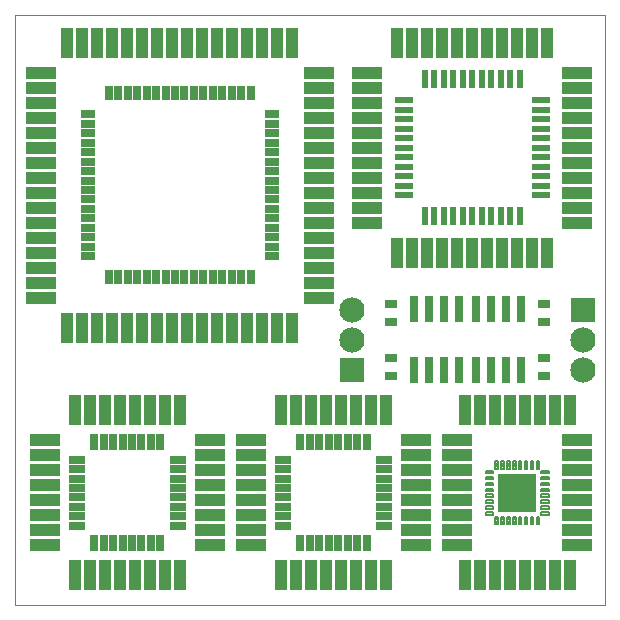
<source format=gts>
G75*
%MOIN*%
%OFA0B0*%
%FSLAX25Y25*%
%IPPOS*%
%LPD*%
%AMOC8*
5,1,8,0,0,1.08239X$1,22.5*
%
%ADD10C,0.00000*%
%ADD11R,0.10400X0.04400*%
%ADD12R,0.04400X0.10400*%
%ADD13R,0.05400X0.02600*%
%ADD14R,0.02600X0.05400*%
%ADD15R,0.06306X0.02369*%
%ADD16R,0.02369X0.06306*%
%ADD17R,0.02600X0.05100*%
%ADD18R,0.05100X0.02600*%
%ADD19C,0.00791*%
%ADD20R,0.12998X0.12998*%
%ADD21R,0.02762X0.09061*%
%ADD22R,0.03943X0.02762*%
%ADD23R,0.08400X0.08400*%
%ADD24C,0.08400*%
D10*
X0001000Y0001000D02*
X0001000Y0197850D01*
X0197850Y0197850D01*
X0197850Y0001000D01*
X0001000Y0001000D01*
D11*
X0011000Y0021000D03*
X0011000Y0026000D03*
X0011000Y0031000D03*
X0011000Y0036000D03*
X0011000Y0041000D03*
X0011000Y0046000D03*
X0011000Y0051000D03*
X0011000Y0056000D03*
X0009750Y0103500D03*
X0009750Y0108500D03*
X0009750Y0113500D03*
X0009750Y0118500D03*
X0009750Y0123500D03*
X0009750Y0128500D03*
X0009750Y0133500D03*
X0009750Y0138500D03*
X0009750Y0143500D03*
X0009750Y0148500D03*
X0009750Y0153500D03*
X0009750Y0158500D03*
X0009750Y0163500D03*
X0009750Y0168500D03*
X0009750Y0173500D03*
X0009750Y0178500D03*
X0102250Y0178500D03*
X0102250Y0173500D03*
X0102250Y0168500D03*
X0102250Y0163500D03*
X0102250Y0158500D03*
X0102250Y0153500D03*
X0102250Y0148500D03*
X0102250Y0143500D03*
X0102250Y0138500D03*
X0102250Y0133500D03*
X0102250Y0128500D03*
X0102250Y0123500D03*
X0102250Y0118500D03*
X0102250Y0113500D03*
X0102250Y0108500D03*
X0102250Y0103500D03*
X0118500Y0128500D03*
X0118500Y0133500D03*
X0118500Y0138500D03*
X0118500Y0143500D03*
X0118500Y0148500D03*
X0118500Y0153500D03*
X0118500Y0158500D03*
X0118500Y0163500D03*
X0118500Y0168500D03*
X0118500Y0173500D03*
X0118500Y0178500D03*
X0188500Y0178500D03*
X0188500Y0173500D03*
X0188500Y0168500D03*
X0188500Y0163500D03*
X0188500Y0158500D03*
X0188500Y0153500D03*
X0188500Y0148500D03*
X0188500Y0143500D03*
X0188500Y0138500D03*
X0188500Y0133500D03*
X0188500Y0128500D03*
X0188500Y0056000D03*
X0188500Y0051000D03*
X0188500Y0046000D03*
X0188500Y0041000D03*
X0188500Y0036000D03*
X0188500Y0031000D03*
X0188500Y0026000D03*
X0188500Y0021000D03*
X0148500Y0021000D03*
X0148500Y0026000D03*
X0148500Y0031000D03*
X0148500Y0036000D03*
X0148500Y0041000D03*
X0148500Y0046000D03*
X0148500Y0051000D03*
X0148500Y0056000D03*
X0134750Y0056000D03*
X0134750Y0051000D03*
X0134750Y0046000D03*
X0134750Y0041000D03*
X0134750Y0036000D03*
X0134750Y0031000D03*
X0134750Y0026000D03*
X0134750Y0021000D03*
X0079750Y0021000D03*
X0079750Y0026000D03*
X0079750Y0031000D03*
X0079750Y0036000D03*
X0079750Y0041000D03*
X0079750Y0046000D03*
X0079750Y0051000D03*
X0079750Y0056000D03*
X0066000Y0056000D03*
X0066000Y0051000D03*
X0066000Y0046000D03*
X0066000Y0041000D03*
X0066000Y0036000D03*
X0066000Y0031000D03*
X0066000Y0026000D03*
X0066000Y0021000D03*
D12*
X0056000Y0011000D03*
X0051000Y0011000D03*
X0046000Y0011000D03*
X0041000Y0011000D03*
X0036000Y0011000D03*
X0031000Y0011000D03*
X0026000Y0011000D03*
X0021000Y0011000D03*
X0021000Y0066000D03*
X0026000Y0066000D03*
X0031000Y0066000D03*
X0036000Y0066000D03*
X0041000Y0066000D03*
X0046000Y0066000D03*
X0051000Y0066000D03*
X0056000Y0066000D03*
X0053500Y0093500D03*
X0048500Y0093500D03*
X0043500Y0093500D03*
X0038500Y0093500D03*
X0033500Y0093500D03*
X0028500Y0093500D03*
X0023500Y0093500D03*
X0018500Y0093500D03*
X0058500Y0093500D03*
X0063500Y0093500D03*
X0068500Y0093500D03*
X0073500Y0093500D03*
X0078500Y0093500D03*
X0083500Y0093500D03*
X0088500Y0093500D03*
X0093500Y0093500D03*
X0094750Y0066000D03*
X0089750Y0066000D03*
X0099750Y0066000D03*
X0104750Y0066000D03*
X0109750Y0066000D03*
X0114750Y0066000D03*
X0119750Y0066000D03*
X0124750Y0066000D03*
X0151000Y0066000D03*
X0156000Y0066000D03*
X0161000Y0066000D03*
X0166000Y0066000D03*
X0171000Y0066000D03*
X0176000Y0066000D03*
X0181000Y0066000D03*
X0186000Y0066000D03*
X0178500Y0118500D03*
X0173500Y0118500D03*
X0168500Y0118500D03*
X0163500Y0118500D03*
X0158500Y0118500D03*
X0153500Y0118500D03*
X0148500Y0118500D03*
X0143500Y0118500D03*
X0138500Y0118500D03*
X0133500Y0118500D03*
X0128500Y0118500D03*
X0128500Y0188500D03*
X0133500Y0188500D03*
X0138500Y0188500D03*
X0143500Y0188500D03*
X0148500Y0188500D03*
X0153500Y0188500D03*
X0158500Y0188500D03*
X0163500Y0188500D03*
X0168500Y0188500D03*
X0173500Y0188500D03*
X0178500Y0188500D03*
X0093500Y0188500D03*
X0088500Y0188500D03*
X0083500Y0188500D03*
X0078500Y0188500D03*
X0073500Y0188500D03*
X0068500Y0188500D03*
X0063500Y0188500D03*
X0058500Y0188500D03*
X0053500Y0188500D03*
X0048500Y0188500D03*
X0043500Y0188500D03*
X0038500Y0188500D03*
X0033500Y0188500D03*
X0028500Y0188500D03*
X0023500Y0188500D03*
X0018500Y0188500D03*
X0089750Y0011000D03*
X0094750Y0011000D03*
X0099750Y0011000D03*
X0104750Y0011000D03*
X0109750Y0011000D03*
X0114750Y0011000D03*
X0119750Y0011000D03*
X0124750Y0011000D03*
X0151000Y0011000D03*
X0156000Y0011000D03*
X0161000Y0011000D03*
X0166000Y0011000D03*
X0171000Y0011000D03*
X0176000Y0011000D03*
X0181000Y0011000D03*
X0186000Y0011000D03*
D13*
X0124150Y0027476D03*
X0124150Y0030626D03*
X0124150Y0033776D03*
X0124150Y0036925D03*
X0124150Y0040075D03*
X0124150Y0043224D03*
X0124150Y0046374D03*
X0124150Y0049524D03*
X0090350Y0049524D03*
X0090350Y0046374D03*
X0090350Y0043224D03*
X0090350Y0040075D03*
X0090350Y0036925D03*
X0090350Y0033776D03*
X0090350Y0030626D03*
X0090350Y0027476D03*
X0055400Y0027476D03*
X0055400Y0030626D03*
X0055400Y0033776D03*
X0055400Y0036925D03*
X0055400Y0040075D03*
X0055400Y0043224D03*
X0055400Y0046374D03*
X0055400Y0049524D03*
X0021600Y0049524D03*
X0021600Y0046374D03*
X0021600Y0043224D03*
X0021600Y0040075D03*
X0021600Y0036925D03*
X0021600Y0033776D03*
X0021600Y0030626D03*
X0021600Y0027476D03*
D14*
X0027476Y0021600D03*
X0030626Y0021600D03*
X0033776Y0021600D03*
X0036925Y0021600D03*
X0040075Y0021600D03*
X0043224Y0021600D03*
X0046374Y0021600D03*
X0049524Y0021600D03*
X0049524Y0055400D03*
X0046374Y0055400D03*
X0043224Y0055400D03*
X0040075Y0055400D03*
X0036925Y0055400D03*
X0033776Y0055400D03*
X0030626Y0055400D03*
X0027476Y0055400D03*
X0096226Y0055400D03*
X0099376Y0055400D03*
X0102526Y0055400D03*
X0105675Y0055400D03*
X0108825Y0055400D03*
X0111974Y0055400D03*
X0115124Y0055400D03*
X0118274Y0055400D03*
X0118274Y0021600D03*
X0115124Y0021600D03*
X0111974Y0021600D03*
X0108825Y0021600D03*
X0105675Y0021600D03*
X0102526Y0021600D03*
X0099376Y0021600D03*
X0096226Y0021600D03*
D15*
X0130665Y0137752D03*
X0130665Y0140902D03*
X0130665Y0144051D03*
X0130665Y0147201D03*
X0130665Y0150350D03*
X0130665Y0153500D03*
X0130665Y0156650D03*
X0130665Y0159799D03*
X0130665Y0162949D03*
X0130665Y0166098D03*
X0130665Y0169248D03*
X0176335Y0169248D03*
X0176335Y0166098D03*
X0176335Y0162949D03*
X0176335Y0159799D03*
X0176335Y0156650D03*
X0176335Y0153500D03*
X0176335Y0150350D03*
X0176335Y0147201D03*
X0176335Y0144051D03*
X0176335Y0140902D03*
X0176335Y0137752D03*
D16*
X0169248Y0130665D03*
X0166098Y0130665D03*
X0162949Y0130665D03*
X0159799Y0130665D03*
X0156650Y0130665D03*
X0153500Y0130665D03*
X0150350Y0130665D03*
X0147201Y0130665D03*
X0144051Y0130665D03*
X0140902Y0130665D03*
X0137752Y0130665D03*
X0137752Y0176335D03*
X0140902Y0176335D03*
X0144051Y0176335D03*
X0147201Y0176335D03*
X0150350Y0176335D03*
X0153500Y0176335D03*
X0156650Y0176335D03*
X0159799Y0176335D03*
X0162949Y0176335D03*
X0166098Y0176335D03*
X0169248Y0176335D03*
D17*
X0079622Y0171709D03*
X0076472Y0171709D03*
X0073323Y0171709D03*
X0070173Y0171709D03*
X0067024Y0171709D03*
X0063874Y0171709D03*
X0060724Y0171709D03*
X0057575Y0171709D03*
X0054425Y0171709D03*
X0051276Y0171709D03*
X0048126Y0171709D03*
X0044976Y0171709D03*
X0041827Y0171709D03*
X0038677Y0171709D03*
X0035528Y0171709D03*
X0032378Y0171709D03*
X0032378Y0110291D03*
X0035528Y0110291D03*
X0038677Y0110291D03*
X0041827Y0110291D03*
X0044976Y0110291D03*
X0048126Y0110291D03*
X0051276Y0110291D03*
X0054425Y0110291D03*
X0057575Y0110291D03*
X0060724Y0110291D03*
X0063874Y0110291D03*
X0067024Y0110291D03*
X0070173Y0110291D03*
X0073323Y0110291D03*
X0076472Y0110291D03*
X0079622Y0110291D03*
D18*
X0086709Y0117378D03*
X0086709Y0120528D03*
X0086709Y0123677D03*
X0086709Y0126827D03*
X0086709Y0129976D03*
X0086709Y0133126D03*
X0086709Y0136276D03*
X0086709Y0139425D03*
X0086709Y0142575D03*
X0086709Y0145724D03*
X0086709Y0148874D03*
X0086709Y0152024D03*
X0086709Y0155173D03*
X0086709Y0158323D03*
X0086709Y0161472D03*
X0086709Y0164622D03*
X0025291Y0164622D03*
X0025291Y0161472D03*
X0025291Y0158323D03*
X0025291Y0155173D03*
X0025291Y0152024D03*
X0025291Y0148874D03*
X0025291Y0145724D03*
X0025291Y0142575D03*
X0025291Y0139425D03*
X0025291Y0136276D03*
X0025291Y0133126D03*
X0025291Y0129976D03*
X0025291Y0126827D03*
X0025291Y0123677D03*
X0025291Y0120528D03*
X0025291Y0117378D03*
D19*
X0158065Y0044995D02*
X0160431Y0044995D01*
X0158065Y0044995D02*
X0158065Y0045785D01*
X0160431Y0045785D01*
X0160431Y0044995D01*
X0160431Y0045785D02*
X0158065Y0045785D01*
X0158065Y0043026D02*
X0160431Y0043026D01*
X0158065Y0043026D02*
X0158065Y0043816D01*
X0160431Y0043816D01*
X0160431Y0043026D01*
X0160431Y0043816D02*
X0158065Y0043816D01*
X0158065Y0041058D02*
X0160431Y0041058D01*
X0158065Y0041058D02*
X0158065Y0041848D01*
X0160431Y0041848D01*
X0160431Y0041058D01*
X0160431Y0041848D02*
X0158065Y0041848D01*
X0158065Y0039089D02*
X0160431Y0039089D01*
X0158065Y0039089D02*
X0158065Y0039879D01*
X0160431Y0039879D01*
X0160431Y0039089D01*
X0160431Y0039879D02*
X0158065Y0039879D01*
X0158065Y0037121D02*
X0160431Y0037121D01*
X0158065Y0037121D02*
X0158065Y0037911D01*
X0160431Y0037911D01*
X0160431Y0037121D01*
X0160431Y0037911D02*
X0158065Y0037911D01*
X0158065Y0035152D02*
X0160431Y0035152D01*
X0158065Y0035152D02*
X0158065Y0035942D01*
X0160431Y0035942D01*
X0160431Y0035152D01*
X0160431Y0035942D02*
X0158065Y0035942D01*
X0158065Y0033184D02*
X0160431Y0033184D01*
X0158065Y0033184D02*
X0158065Y0033974D01*
X0160431Y0033974D01*
X0160431Y0033184D01*
X0160431Y0033974D02*
X0158065Y0033974D01*
X0158065Y0031215D02*
X0160431Y0031215D01*
X0158065Y0031215D02*
X0158065Y0032005D01*
X0160431Y0032005D01*
X0160431Y0031215D01*
X0160431Y0032005D02*
X0158065Y0032005D01*
X0161215Y0028065D02*
X0162005Y0028065D01*
X0161215Y0028065D02*
X0161215Y0030431D01*
X0162005Y0030431D01*
X0162005Y0028065D01*
X0162005Y0028855D02*
X0161215Y0028855D01*
X0161215Y0029645D02*
X0162005Y0029645D01*
X0163184Y0028065D02*
X0163974Y0028065D01*
X0163184Y0028065D02*
X0163184Y0030431D01*
X0163974Y0030431D01*
X0163974Y0028065D01*
X0163974Y0028855D02*
X0163184Y0028855D01*
X0163184Y0029645D02*
X0163974Y0029645D01*
X0165152Y0028065D02*
X0165942Y0028065D01*
X0165152Y0028065D02*
X0165152Y0030431D01*
X0165942Y0030431D01*
X0165942Y0028065D01*
X0165942Y0028855D02*
X0165152Y0028855D01*
X0165152Y0029645D02*
X0165942Y0029645D01*
X0167121Y0028065D02*
X0167911Y0028065D01*
X0167121Y0028065D02*
X0167121Y0030431D01*
X0167911Y0030431D01*
X0167911Y0028065D01*
X0167911Y0028855D02*
X0167121Y0028855D01*
X0167121Y0029645D02*
X0167911Y0029645D01*
X0169089Y0028065D02*
X0169879Y0028065D01*
X0169089Y0028065D02*
X0169089Y0030431D01*
X0169879Y0030431D01*
X0169879Y0028065D01*
X0169879Y0028855D02*
X0169089Y0028855D01*
X0169089Y0029645D02*
X0169879Y0029645D01*
X0171058Y0028065D02*
X0171848Y0028065D01*
X0171058Y0028065D02*
X0171058Y0030431D01*
X0171848Y0030431D01*
X0171848Y0028065D01*
X0171848Y0028855D02*
X0171058Y0028855D01*
X0171058Y0029645D02*
X0171848Y0029645D01*
X0173026Y0028065D02*
X0173816Y0028065D01*
X0173026Y0028065D02*
X0173026Y0030431D01*
X0173816Y0030431D01*
X0173816Y0028065D01*
X0173816Y0028855D02*
X0173026Y0028855D01*
X0173026Y0029645D02*
X0173816Y0029645D01*
X0174995Y0028065D02*
X0175785Y0028065D01*
X0174995Y0028065D02*
X0174995Y0030431D01*
X0175785Y0030431D01*
X0175785Y0028065D01*
X0175785Y0028855D02*
X0174995Y0028855D01*
X0174995Y0029645D02*
X0175785Y0029645D01*
X0176569Y0031215D02*
X0178935Y0031215D01*
X0176569Y0031215D02*
X0176569Y0032005D01*
X0178935Y0032005D01*
X0178935Y0031215D01*
X0178935Y0032005D02*
X0176569Y0032005D01*
X0176569Y0033184D02*
X0178935Y0033184D01*
X0176569Y0033184D02*
X0176569Y0033974D01*
X0178935Y0033974D01*
X0178935Y0033184D01*
X0178935Y0033974D02*
X0176569Y0033974D01*
X0176569Y0035152D02*
X0178935Y0035152D01*
X0176569Y0035152D02*
X0176569Y0035942D01*
X0178935Y0035942D01*
X0178935Y0035152D01*
X0178935Y0035942D02*
X0176569Y0035942D01*
X0176569Y0037121D02*
X0178935Y0037121D01*
X0176569Y0037121D02*
X0176569Y0037911D01*
X0178935Y0037911D01*
X0178935Y0037121D01*
X0178935Y0037911D02*
X0176569Y0037911D01*
X0176569Y0039089D02*
X0178935Y0039089D01*
X0176569Y0039089D02*
X0176569Y0039879D01*
X0178935Y0039879D01*
X0178935Y0039089D01*
X0178935Y0039879D02*
X0176569Y0039879D01*
X0176569Y0041058D02*
X0178935Y0041058D01*
X0176569Y0041058D02*
X0176569Y0041848D01*
X0178935Y0041848D01*
X0178935Y0041058D01*
X0178935Y0041848D02*
X0176569Y0041848D01*
X0176569Y0043026D02*
X0178935Y0043026D01*
X0176569Y0043026D02*
X0176569Y0043816D01*
X0178935Y0043816D01*
X0178935Y0043026D01*
X0178935Y0043816D02*
X0176569Y0043816D01*
X0176569Y0044995D02*
X0178935Y0044995D01*
X0176569Y0044995D02*
X0176569Y0045785D01*
X0178935Y0045785D01*
X0178935Y0044995D01*
X0178935Y0045785D02*
X0176569Y0045785D01*
X0175785Y0046569D02*
X0174995Y0046569D01*
X0174995Y0048935D01*
X0175785Y0048935D01*
X0175785Y0046569D01*
X0175785Y0047359D02*
X0174995Y0047359D01*
X0174995Y0048149D02*
X0175785Y0048149D01*
X0173816Y0046569D02*
X0173026Y0046569D01*
X0173026Y0048935D01*
X0173816Y0048935D01*
X0173816Y0046569D01*
X0173816Y0047359D02*
X0173026Y0047359D01*
X0173026Y0048149D02*
X0173816Y0048149D01*
X0171848Y0046569D02*
X0171058Y0046569D01*
X0171058Y0048935D01*
X0171848Y0048935D01*
X0171848Y0046569D01*
X0171848Y0047359D02*
X0171058Y0047359D01*
X0171058Y0048149D02*
X0171848Y0048149D01*
X0169879Y0046569D02*
X0169089Y0046569D01*
X0169089Y0048935D01*
X0169879Y0048935D01*
X0169879Y0046569D01*
X0169879Y0047359D02*
X0169089Y0047359D01*
X0169089Y0048149D02*
X0169879Y0048149D01*
X0167911Y0046569D02*
X0167121Y0046569D01*
X0167121Y0048935D01*
X0167911Y0048935D01*
X0167911Y0046569D01*
X0167911Y0047359D02*
X0167121Y0047359D01*
X0167121Y0048149D02*
X0167911Y0048149D01*
X0165942Y0046569D02*
X0165152Y0046569D01*
X0165152Y0048935D01*
X0165942Y0048935D01*
X0165942Y0046569D01*
X0165942Y0047359D02*
X0165152Y0047359D01*
X0165152Y0048149D02*
X0165942Y0048149D01*
X0163974Y0046569D02*
X0163184Y0046569D01*
X0163184Y0048935D01*
X0163974Y0048935D01*
X0163974Y0046569D01*
X0163974Y0047359D02*
X0163184Y0047359D01*
X0163184Y0048149D02*
X0163974Y0048149D01*
X0162005Y0046569D02*
X0161215Y0046569D01*
X0161215Y0048935D01*
X0162005Y0048935D01*
X0162005Y0046569D01*
X0162005Y0047359D02*
X0161215Y0047359D01*
X0161215Y0048149D02*
X0162005Y0048149D01*
D20*
X0168500Y0038500D03*
D21*
X0169750Y0079264D03*
X0164750Y0079264D03*
X0159750Y0079264D03*
X0154750Y0079264D03*
X0149000Y0079264D03*
X0144000Y0079264D03*
X0139000Y0079264D03*
X0134000Y0079264D03*
X0134000Y0099736D03*
X0139000Y0099736D03*
X0144000Y0099736D03*
X0149000Y0099736D03*
X0154750Y0099736D03*
X0159750Y0099736D03*
X0164750Y0099736D03*
X0169750Y0099736D03*
D22*
X0177250Y0101453D03*
X0177250Y0095547D03*
X0177250Y0083453D03*
X0177250Y0077547D03*
X0126500Y0077547D03*
X0126500Y0083453D03*
X0126500Y0095547D03*
X0126500Y0101453D03*
D23*
X0113500Y0079500D03*
X0190250Y0099500D03*
D24*
X0190250Y0089500D03*
X0190250Y0079500D03*
X0113500Y0089500D03*
X0113500Y0099500D03*
M02*

</source>
